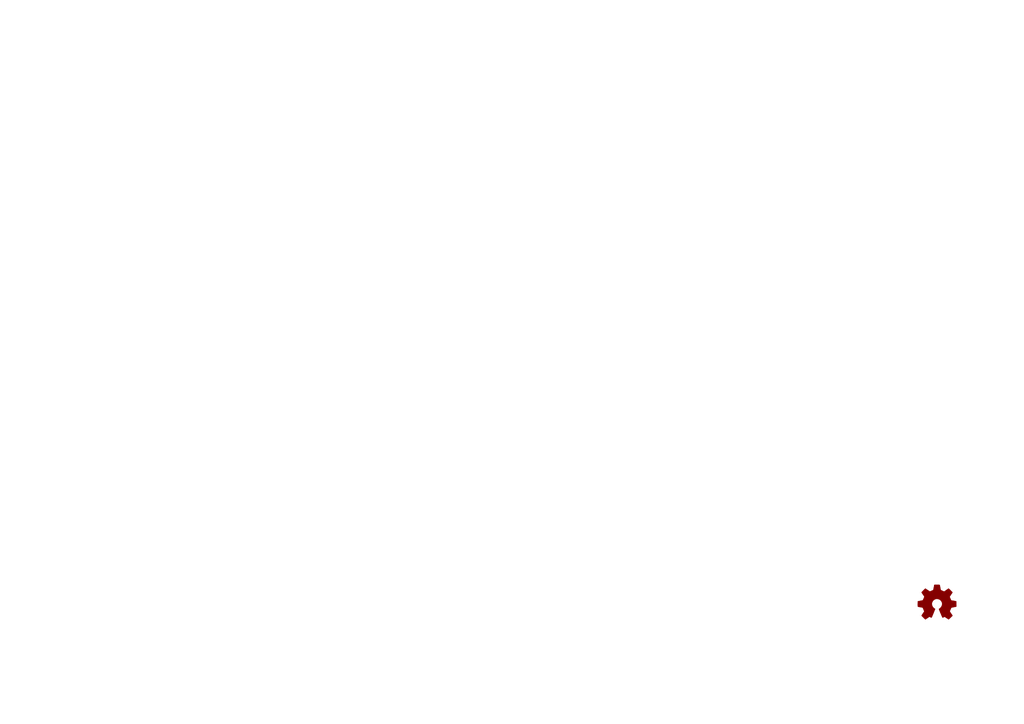
<source format=kicad_sch>
(kicad_sch (version 20230121) (generator eeschema)

  (uuid 0db413bb-4504-411f-ae84-a7fdbf13d107)

  (paper "A4")

  (title_block
    (title "2MoreVO")
    (date "2024-03-01")
    (rev "0.1")
    (company "ImooDi")
    (comment 1 "cc-by-nc-sa")
  )

  (lib_symbols
    (symbol "Graphic:Logo_Open_Hardware_Small" (in_bom no) (on_board no)
      (property "Reference" "#SYM" (at 0 6.985 0)
        (effects (font (size 1.27 1.27)) hide)
      )
      (property "Value" "Logo_Open_Hardware_Small" (at 0 -5.715 0)
        (effects (font (size 1.27 1.27)) hide)
      )
      (property "Footprint" "" (at 0 0 0)
        (effects (font (size 1.27 1.27)) hide)
      )
      (property "Datasheet" "~" (at 0 0 0)
        (effects (font (size 1.27 1.27)) hide)
      )
      (property "Sim.Enable" "0" (at 0 0 0)
        (effects (font (size 1.27 1.27)) hide)
      )
      (property "ki_keywords" "Logo" (at 0 0 0)
        (effects (font (size 1.27 1.27)) hide)
      )
      (property "ki_description" "Open Hardware logo, small" (at 0 0 0)
        (effects (font (size 1.27 1.27)) hide)
      )
      (symbol "Logo_Open_Hardware_Small_0_1"
        (polyline
          (pts
            (xy 3.3528 -4.3434)
            (xy 3.302 -4.318)
            (xy 3.175 -4.2418)
            (xy 2.9972 -4.1148)
            (xy 2.7686 -3.9624)
            (xy 2.54 -3.81)
            (xy 2.3622 -3.7084)
            (xy 2.2352 -3.6068)
            (xy 2.1844 -3.5814)
            (xy 2.159 -3.6068)
            (xy 2.0574 -3.6576)
            (xy 1.905 -3.7338)
            (xy 1.8034 -3.7846)
            (xy 1.6764 -3.8354)
            (xy 1.6002 -3.8354)
            (xy 1.6002 -3.8354)
            (xy 1.5494 -3.7338)
            (xy 1.4732 -3.5306)
            (xy 1.3462 -3.302)
            (xy 1.2446 -3.0226)
            (xy 1.1176 -2.7178)
            (xy 0.9652 -2.413)
            (xy 0.8636 -2.1082)
            (xy 0.7366 -1.8288)
            (xy 0.6604 -1.6256)
            (xy 0.6096 -1.4732)
            (xy 0.5842 -1.397)
            (xy 0.5842 -1.397)
            (xy 0.6604 -1.3208)
            (xy 0.7874 -1.2446)
            (xy 1.0414 -1.016)
            (xy 1.2954 -0.6858)
            (xy 1.4478 -0.3302)
            (xy 1.524 0.0762)
            (xy 1.4732 0.4572)
            (xy 1.3208 0.8128)
            (xy 1.0668 1.143)
            (xy 0.762 1.3716)
            (xy 0.4064 1.524)
            (xy 0 1.5748)
            (xy -0.381 1.5494)
            (xy -0.7366 1.397)
            (xy -1.0668 1.143)
            (xy -1.2192 0.9906)
            (xy -1.397 0.6604)
            (xy -1.524 0.3048)
            (xy -1.524 0.2286)
            (xy -1.4986 -0.1778)
            (xy -1.397 -0.5334)
            (xy -1.1938 -0.8636)
            (xy -0.9144 -1.143)
            (xy -0.8636 -1.1684)
            (xy -0.7366 -1.27)
            (xy -0.635 -1.3462)
            (xy -0.5842 -1.397)
            (xy -1.0668 -2.5908)
            (xy -1.143 -2.794)
            (xy -1.2954 -3.1242)
            (xy -1.397 -3.4036)
            (xy -1.4986 -3.6322)
            (xy -1.5748 -3.7846)
            (xy -1.6002 -3.8354)
            (xy -1.6002 -3.8354)
            (xy -1.651 -3.8354)
            (xy -1.7272 -3.81)
            (xy -1.905 -3.7338)
            (xy -2.0066 -3.683)
            (xy -2.1336 -3.6068)
            (xy -2.2098 -3.5814)
            (xy -2.2606 -3.6068)
            (xy -2.3622 -3.683)
            (xy -2.54 -3.81)
            (xy -2.7686 -3.9624)
            (xy -2.9718 -4.0894)
            (xy -3.1496 -4.2164)
            (xy -3.302 -4.318)
            (xy -3.3528 -4.3434)
            (xy -3.3782 -4.3434)
            (xy -3.429 -4.318)
            (xy -3.5306 -4.2164)
            (xy -3.7084 -4.064)
            (xy -3.937 -3.8354)
            (xy -3.9624 -3.81)
            (xy -4.1656 -3.6068)
            (xy -4.318 -3.4544)
            (xy -4.4196 -3.3274)
            (xy -4.445 -3.2766)
            (xy -4.445 -3.2766)
            (xy -4.4196 -3.2258)
            (xy -4.318 -3.0734)
            (xy -4.2164 -2.8956)
            (xy -4.064 -2.667)
            (xy -3.6576 -2.0828)
            (xy -3.8862 -1.5494)
            (xy -3.937 -1.3716)
            (xy -4.0386 -1.1684)
            (xy -4.0894 -1.0414)
            (xy -4.1148 -0.9652)
            (xy -4.191 -0.9398)
            (xy -4.318 -0.9144)
            (xy -4.5466 -0.8636)
            (xy -4.8006 -0.8128)
            (xy -5.0546 -0.7874)
            (xy -5.2578 -0.7366)
            (xy -5.4356 -0.7112)
            (xy -5.5118 -0.6858)
            (xy -5.5118 -0.6858)
            (xy -5.5372 -0.635)
            (xy -5.5372 -0.5588)
            (xy -5.5372 -0.4318)
            (xy -5.5626 -0.2286)
            (xy -5.5626 0.0762)
            (xy -5.5626 0.127)
            (xy -5.5372 0.4064)
            (xy -5.5372 0.635)
            (xy -5.5372 0.762)
            (xy -5.5372 0.8382)
            (xy -5.5372 0.8382)
            (xy -5.461 0.8382)
            (xy -5.3086 0.889)
            (xy -5.08 0.9144)
            (xy -4.826 0.9652)
            (xy -4.8006 0.9906)
            (xy -4.5466 1.0414)
            (xy -4.318 1.0668)
            (xy -4.1656 1.1176)
            (xy -4.0894 1.143)
            (xy -4.0894 1.143)
            (xy -4.0386 1.2446)
            (xy -3.9624 1.4224)
            (xy -3.8608 1.6256)
            (xy -3.7846 1.8288)
            (xy -3.7084 2.0066)
            (xy -3.6576 2.159)
            (xy -3.6322 2.2098)
            (xy -3.6322 2.2098)
            (xy -3.683 2.286)
            (xy -3.7592 2.413)
            (xy -3.8862 2.5908)
            (xy -4.064 2.8194)
            (xy -4.064 2.8448)
            (xy -4.2164 3.0734)
            (xy -4.3434 3.2512)
            (xy -4.4196 3.3782)
            (xy -4.445 3.4544)
            (xy -4.445 3.4544)
            (xy -4.3942 3.5052)
            (xy -4.2926 3.6322)
            (xy -4.1148 3.81)
            (xy -3.937 4.0132)
            (xy -3.8608 4.064)
            (xy -3.6576 4.2926)
            (xy -3.5052 4.4196)
            (xy -3.4036 4.4958)
            (xy -3.3528 4.5212)
            (xy -3.3528 4.5212)
            (xy -3.302 4.4704)
            (xy -3.1496 4.3688)
            (xy -2.9718 4.2418)
            (xy -2.7432 4.0894)
            (xy -2.7178 4.0894)
            (xy -2.4892 3.937)
            (xy -2.3114 3.81)
            (xy -2.1844 3.7084)
            (xy -2.1336 3.683)
            (xy -2.1082 3.683)
            (xy -2.032 3.7084)
            (xy -1.8542 3.7592)
            (xy -1.6764 3.8354)
            (xy -1.4732 3.937)
            (xy -1.27 4.0132)
            (xy -1.143 4.064)
            (xy -1.0668 4.1148)
            (xy -1.0668 4.1148)
            (xy -1.0414 4.191)
            (xy -1.016 4.3434)
            (xy -0.9652 4.572)
            (xy -0.9144 4.8514)
            (xy -0.889 4.9022)
            (xy -0.8382 5.1562)
            (xy -0.8128 5.3848)
            (xy -0.7874 5.5372)
            (xy -0.762 5.588)
            (xy -0.7112 5.6134)
            (xy -0.5842 5.6134)
            (xy -0.4064 5.6134)
            (xy -0.1524 5.6134)
            (xy 0.0762 5.6134)
            (xy 0.3302 5.6134)
            (xy 0.5334 5.6134)
            (xy 0.6858 5.588)
            (xy 0.7366 5.588)
            (xy 0.7366 5.588)
            (xy 0.762 5.5118)
            (xy 0.8128 5.334)
            (xy 0.8382 5.1054)
            (xy 0.9144 4.826)
            (xy 0.9144 4.7752)
            (xy 0.9652 4.5212)
            (xy 1.016 4.2926)
            (xy 1.0414 4.1402)
            (xy 1.0668 4.0894)
            (xy 1.0668 4.0894)
            (xy 1.1938 4.0386)
            (xy 1.3716 3.9624)
            (xy 1.5748 3.8608)
            (xy 2.0828 3.6576)
            (xy 2.7178 4.0894)
            (xy 2.7686 4.1402)
            (xy 2.9972 4.2926)
            (xy 3.175 4.4196)
            (xy 3.302 4.4958)
            (xy 3.3782 4.5212)
            (xy 3.3782 4.5212)
            (xy 3.429 4.4704)
            (xy 3.556 4.3434)
            (xy 3.7338 4.191)
            (xy 3.9116 3.9878)
            (xy 4.064 3.8354)
            (xy 4.2418 3.6576)
            (xy 4.3434 3.556)
            (xy 4.4196 3.4798)
            (xy 4.4196 3.429)
            (xy 4.4196 3.4036)
            (xy 4.3942 3.3274)
            (xy 4.2926 3.2004)
            (xy 4.1656 2.9972)
            (xy 4.0132 2.794)
            (xy 3.8862 2.5908)
            (xy 3.7592 2.3876)
            (xy 3.6576 2.2352)
            (xy 3.6322 2.159)
            (xy 3.6322 2.1336)
            (xy 3.683 2.0066)
            (xy 3.7592 1.8288)
            (xy 3.8608 1.6002)
            (xy 4.064 1.1176)
            (xy 4.3942 1.0414)
            (xy 4.5974 1.016)
            (xy 4.8768 0.9652)
            (xy 5.1308 0.9144)
            (xy 5.5372 0.8382)
            (xy 5.5626 -0.6604)
            (xy 5.4864 -0.6858)
            (xy 5.4356 -0.6858)
            (xy 5.2832 -0.7366)
            (xy 5.0546 -0.762)
            (xy 4.8006 -0.8128)
            (xy 4.5974 -0.8636)
            (xy 4.3688 -0.9144)
            (xy 4.2164 -0.9398)
            (xy 4.1402 -0.9398)
            (xy 4.1148 -0.9652)
            (xy 4.064 -1.0668)
            (xy 3.9878 -1.2446)
            (xy 3.9116 -1.4478)
            (xy 3.81 -1.651)
            (xy 3.7338 -1.8542)
            (xy 3.683 -2.0066)
            (xy 3.6576 -2.0828)
            (xy 3.683 -2.1336)
            (xy 3.7846 -2.2606)
            (xy 3.8862 -2.4638)
            (xy 4.0386 -2.667)
            (xy 4.191 -2.8956)
            (xy 4.318 -3.0734)
            (xy 4.3942 -3.2004)
            (xy 4.445 -3.2766)
            (xy 4.4196 -3.3274)
            (xy 4.3434 -3.429)
            (xy 4.1656 -3.5814)
            (xy 3.937 -3.8354)
            (xy 3.8862 -3.8608)
            (xy 3.683 -4.064)
            (xy 3.5306 -4.2164)
            (xy 3.4036 -4.318)
            (xy 3.3528 -4.3434)
          )
          (stroke (width 0) (type default))
          (fill (type outline))
        )
      )
    )
  )


  (symbol (lib_id "Graphic:Logo_Open_Hardware_Small") (at 271.78 175.26 0) (unit 1)
    (in_bom no) (on_board no) (dnp no) (fields_autoplaced)
    (uuid 6773501f-1250-4250-8105-da38aeb13120)
    (property "Reference" "#SYM1" (at 271.78 168.275 0)
      (effects (font (size 1.27 1.27)) hide)
    )
    (property "Value" "Logo_Open_Hardware_Small" (at 271.78 180.975 0)
      (effects (font (size 1.27 1.27)) hide)
    )
    (property "Footprint" "" (at 271.78 175.26 0)
      (effects (font (size 1.27 1.27)) hide)
    )
    (property "Datasheet" "~" (at 271.78 175.26 0)
      (effects (font (size 1.27 1.27)) hide)
    )
    (property "Sim.Enable" "0" (at 271.78 175.26 0)
      (effects (font (size 1.27 1.27)) hide)
    )
    (instances
      (project "2MoreVO"
        (path "/7f4ad635-7798-4811-9504-264912179fa8"
          (reference "#SYM1") (unit 1)
        )
        (path "/7f4ad635-7798-4811-9504-264912179fa8/384bb2a7-f87f-4ddc-b8e1-6c84062dd35d"
          (reference "#SYM2") (unit 1)
        )
      )
    )
  )
)

</source>
